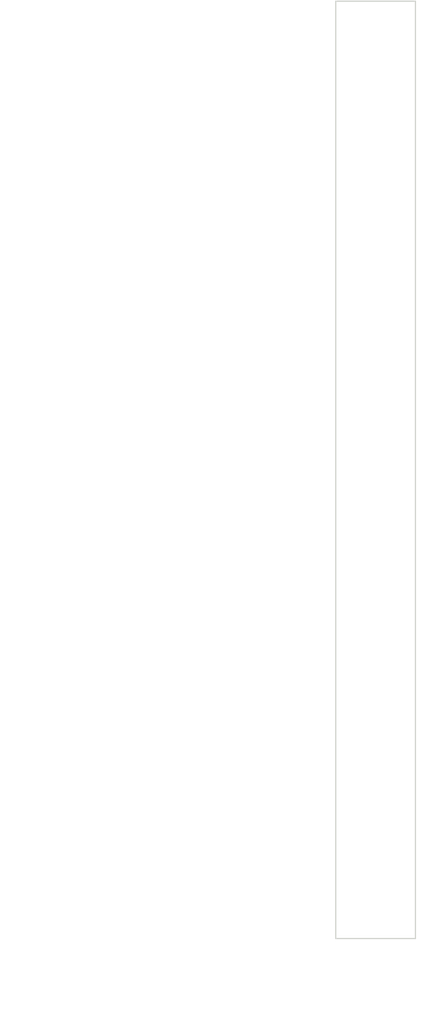
<source format=kicad_pcb>
(kicad_pcb (version 4) (host pcbnew 4.0.7)

  (general
    (links 0)
    (no_connects 0)
    (area 26.935716 42.424999 83.447619 172.700001)
    (thickness 1.6)
    (drawings 7)
    (tracks 0)
    (zones 0)
    (modules 4)
    (nets 1)
  )

  (page A4)
  (layers
    (0 F.Cu signal)
    (31 B.Cu signal)
    (32 B.Adhes user)
    (33 F.Adhes user)
    (34 B.Paste user)
    (35 F.Paste user)
    (36 B.SilkS user)
    (37 F.SilkS user)
    (38 B.Mask user)
    (39 F.Mask user)
    (40 Dwgs.User user)
    (41 Cmts.User user)
    (42 Eco1.User user)
    (43 Eco2.User user)
    (44 Edge.Cuts user)
    (45 Margin user)
    (46 B.CrtYd user)
    (47 F.CrtYd user)
    (48 B.Fab user)
    (49 F.Fab user)
  )

  (setup
    (last_trace_width 0.25)
    (trace_clearance 0.2)
    (zone_clearance 0.508)
    (zone_45_only no)
    (trace_min 0.2)
    (segment_width 0.2)
    (edge_width 0.15)
    (via_size 0.6)
    (via_drill 0.4)
    (via_min_size 0.4)
    (via_min_drill 0.3)
    (uvia_size 0.3)
    (uvia_drill 0.1)
    (uvias_allowed no)
    (uvia_min_size 0.2)
    (uvia_min_drill 0.1)
    (pcb_text_width 0.3)
    (pcb_text_size 1.5 1.5)
    (mod_edge_width 0.15)
    (mod_text_size 1 1)
    (mod_text_width 0.15)
    (pad_size 1.524 1.524)
    (pad_drill 0.762)
    (pad_to_mask_clearance 0.2)
    (aux_axis_origin 70 160)
    (visible_elements FFFFFF7F)
    (pcbplotparams
      (layerselection 0x010fc_80000001)
      (usegerberextensions true)
      (excludeedgelayer true)
      (linewidth 0.150000)
      (plotframeref false)
      (viasonmask false)
      (mode 1)
      (useauxorigin true)
      (hpglpennumber 1)
      (hpglpenspeed 20)
      (hpglpendiameter 15)
      (hpglpenoverlay 2)
      (psnegative false)
      (psa4output false)
      (plotreference false)
      (plotvalue false)
      (plotinvisibletext false)
      (padsonsilk false)
      (subtractmaskfromsilk false)
      (outputformat 1)
      (mirror false)
      (drillshape 0)
      (scaleselection 1)
      (outputdirectory gerber))
  )

  (net 0 "")

  (net_class Default "Ceci est la Netclass par défaut"
    (clearance 0.2)
    (trace_width 0.25)
    (via_dia 0.6)
    (via_drill 0.4)
    (uvia_dia 0.3)
    (uvia_drill 0.1)
  )

  (module tom_kicad_lib:EC-STENCIL-REGISTRATION (layer F.Cu) (tedit 59771ECE) (tstamp 5ABD2681)
    (at 75 147)
    (descr "Eurocircuits eC-Stencil registration for alignment between PCB and stencil. Place 2 of them 10/30/50/... mm apart.")
    (attr virtual)
    (fp_text reference REF** (at 0 1.35) (layer F.SilkS) hide
      (effects (font (size 0.8 0.8) (thickness 0.1)))
    )
    (fp_text value EC-STENCIL-REGISTRATION (at 0 -1.1) (layer F.Fab) hide
      (effects (font (size 0.8 0.8) (thickness 0.1)))
    )
    (pad "" np_thru_hole circle (at 0 0) (size 3 3) (drill 3) (layers *.Cu *.Mask))
    (pad "" smd circle (at -30 0) (size 5 5) (layers F.Paste))
  )

  (module tom_kicad_lib:EC-STENCIL-REGISTRATION (layer F.Cu) (tedit 59771ECE) (tstamp 5ABD2687)
    (at 75 57)
    (descr "Eurocircuits eC-Stencil registration for alignment between PCB and stencil. Place 2 of them 10/30/50/... mm apart.")
    (attr virtual)
    (fp_text reference REF** (at 0 1.35) (layer F.SilkS) hide
      (effects (font (size 0.8 0.8) (thickness 0.1)))
    )
    (fp_text value EC-STENCIL-REGISTRATION (at 0 -1.1) (layer F.Fab) hide
      (effects (font (size 0.8 0.8) (thickness 0.1)))
    )
    (pad "" np_thru_hole circle (at 0 0) (size 3 3) (drill 3) (layers *.Cu *.Mask))
    (pad "" smd circle (at -30 0) (size 5 5) (layers F.Paste))
  )

  (module tom_kicad_lib:EC-STENCIL-REGISTRATION (layer B.Cu) (tedit 59771ECE) (tstamp 5ABD314F)
    (at 75 147)
    (descr "Eurocircuits eC-Stencil registration for alignment between PCB and stencil. Place 2 of them 10/30/50/... mm apart.")
    (attr virtual)
    (fp_text reference REF** (at 0 -1.35) (layer B.SilkS) hide
      (effects (font (size 0.8 0.8) (thickness 0.1)) (justify mirror))
    )
    (fp_text value EC-STENCIL-REGISTRATION (at 0 1.1) (layer B.Fab) hide
      (effects (font (size 0.8 0.8) (thickness 0.1)) (justify mirror))
    )
    (pad "" np_thru_hole circle (at 0 0) (size 3 3) (drill 3) (layers *.Cu *.Mask))
    (pad "" smd circle (at -30 0) (size 5 5) (layers B.Paste))
  )

  (module tom_kicad_lib:EC-STENCIL-REGISTRATION (layer B.Cu) (tedit 59771ECE) (tstamp 5ABD3155)
    (at 75 57)
    (descr "Eurocircuits eC-Stencil registration for alignment between PCB and stencil. Place 2 of them 10/30/50/... mm apart.")
    (attr virtual)
    (fp_text reference REF** (at 0 -1.35) (layer B.SilkS) hide
      (effects (font (size 0.8 0.8) (thickness 0.1)) (justify mirror))
    )
    (fp_text value EC-STENCIL-REGISTRATION (at 0 1.1) (layer B.Fab) hide
      (effects (font (size 0.8 0.8) (thickness 0.1)) (justify mirror))
    )
    (pad "" np_thru_hole circle (at 0 0) (size 3 3) (drill 3) (layers *.Cu *.Mask))
    (pad "" smd circle (at -30 0) (size 5 5) (layers B.Paste))
  )

  (dimension 10 (width 0.3) (layer Dwgs.User)
    (gr_text "10,000 mm" (at 75 171.35) (layer Dwgs.User)
      (effects (font (size 1.5 1.5) (thickness 0.3)))
    )
    (feature1 (pts (xy 80 160) (xy 80 172.7)))
    (feature2 (pts (xy 70 160) (xy 70 172.7)))
    (crossbar (pts (xy 70 170) (xy 80 170)))
    (arrow1a (pts (xy 80 170) (xy 78.873496 170.586421)))
    (arrow1b (pts (xy 80 170) (xy 78.873496 169.413579)))
    (arrow2a (pts (xy 70 170) (xy 71.126504 170.586421)))
    (arrow2b (pts (xy 70 170) (xy 71.126504 169.413579)))
  )
  (dimension 90 (width 0.3) (layer Dwgs.User)
    (gr_text "90,000 mm" (at 60.65 102 90) (layer Dwgs.User)
      (effects (font (size 1.5 1.5) (thickness 0.3)))
    )
    (feature1 (pts (xy 75 57) (xy 59.3 57)))
    (feature2 (pts (xy 75 147) (xy 59.3 147)))
    (crossbar (pts (xy 62 147) (xy 62 57)))
    (arrow1a (pts (xy 62 57) (xy 62.586421 58.126504)))
    (arrow1b (pts (xy 62 57) (xy 61.413579 58.126504)))
    (arrow2a (pts (xy 62 147) (xy 62.586421 145.873496)))
    (arrow2b (pts (xy 62 147) (xy 61.413579 145.873496)))
  )
  (dimension 117.5 (width 0.3) (layer Dwgs.User)
    (gr_text "117,500 mm" (at 34.15 101.25 90) (layer Dwgs.User)
      (effects (font (size 1.5 1.5) (thickness 0.3)))
    )
    (feature1 (pts (xy 70 42.5) (xy 32.8 42.5)))
    (feature2 (pts (xy 70 160) (xy 32.8 160)))
    (crossbar (pts (xy 35.5 160) (xy 35.5 42.5)))
    (arrow1a (pts (xy 35.5 42.5) (xy 36.086421 43.626504)))
    (arrow1b (pts (xy 35.5 42.5) (xy 34.913579 43.626504)))
    (arrow2a (pts (xy 35.5 160) (xy 36.086421 158.873496)))
    (arrow2b (pts (xy 35.5 160) (xy 34.913579 158.873496)))
  )
  (gr_line (start 80 160) (end 70 160) (layer Edge.Cuts) (width 0.15))
  (gr_line (start 80 42.5) (end 80 160) (layer Edge.Cuts) (width 0.15))
  (gr_line (start 70 42.5) (end 80 42.5) (layer Edge.Cuts) (width 0.15))
  (gr_line (start 70 160) (end 70 42.5) (layer Edge.Cuts) (width 0.15))

)

</source>
